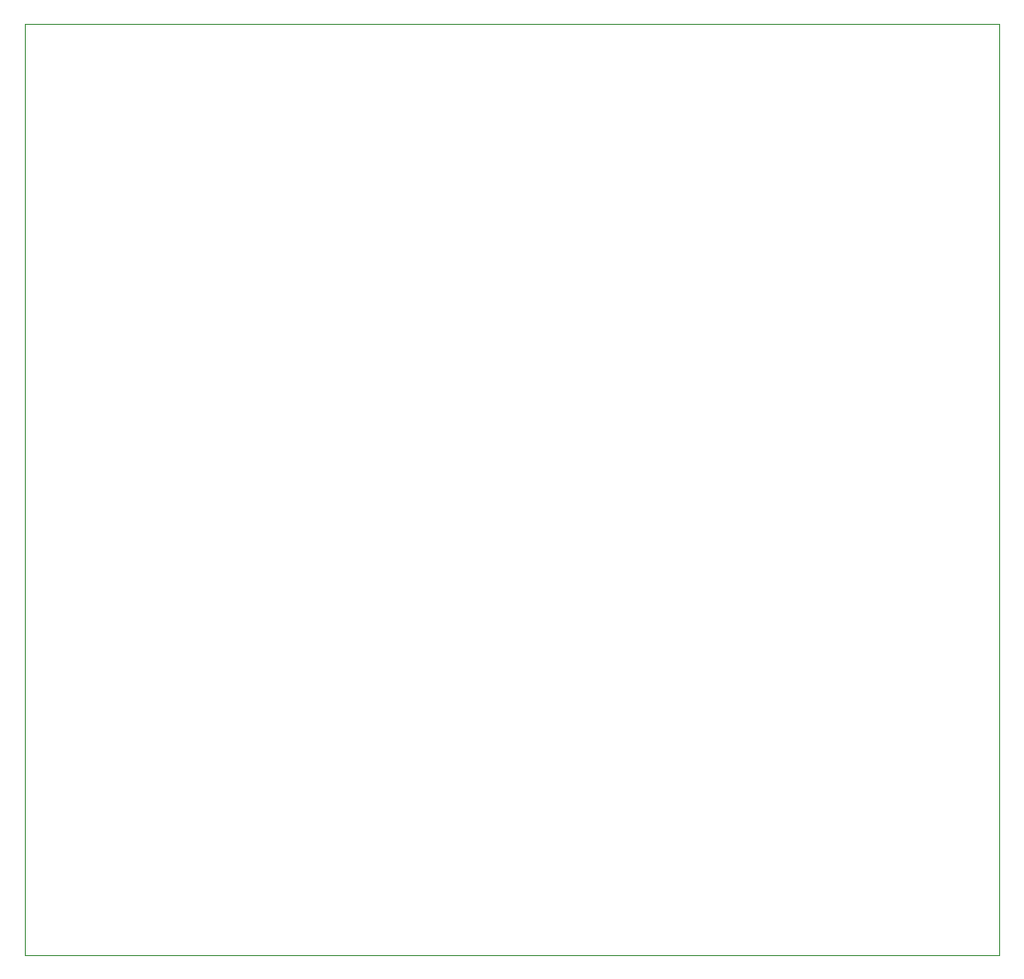
<source format=gbr>
G04 (created by PCBNEW (2013-jul-07)-stable) date Tue 19 May 2015 11:36:52 PM EDT*
%MOIN*%
G04 Gerber Fmt 3.4, Leading zero omitted, Abs format*
%FSLAX34Y34*%
G01*
G70*
G90*
G04 APERTURE LIST*
%ADD10C,0.00590551*%
%ADD11C,0.00393701*%
G04 APERTURE END LIST*
G54D10*
G54D11*
X84750Y-42000D02*
X50750Y-42000D01*
X84750Y-74500D02*
X84750Y-42000D01*
X50750Y-74500D02*
X84750Y-74500D01*
X50750Y-42000D02*
X50750Y-74500D01*
M02*

</source>
